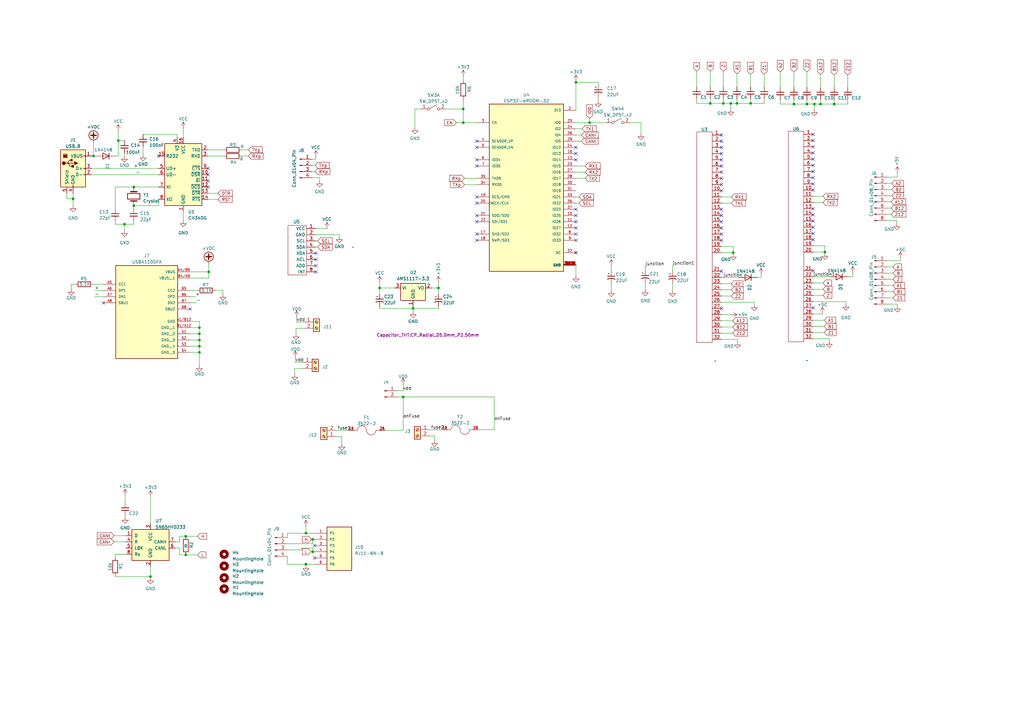
<source format=kicad_sch>
(kicad_sch (version 20230121) (generator eeschema)
  (paper "A3")
  (junction (at 189.992 50.292))
  (junction (at 29.972 81.534))
  (junction (at 85.598 111.506))
  (junction (at 61.722 236.474))
  (junction (at 291.338 42.418))
  (junction (at 54.864 76.708))
  (junction (at 125.476 218.694))
  (junction (at 125.476 231.394))
  (junction (at 76.2 227.584))
  (junction (at 179.832 118.11))
  (junction (at 81.788 136.906))
  (junction (at 296.672 42.418))
  (junction (at 48.514 57.658))
  (junction (at 325.628 42.672))
  (junction (at 155.702 118.11))
  (junction (at 330.962 42.672))
  (junction (at 338.328 103.378))
  (junction (at 128.27 226.314))
  (junction (at 81.788 139.446))
  (junction (at 169.418 126.492))
  (junction (at 81.788 134.366))
  (junction (at 302.26 42.418))
  (junction (at 336.55 42.672))
  (junction (at 54.864 84.328))
  (junction (at 342.138 42.672))
  (junction (at 334.01 42.672))
  (junction (at 236.22 33.782))
  (junction (at 300.736 103.632))
  (junction (at 38.354 64.008))
  (junction (at 81.788 141.986))
  (junction (at 76.2 219.964))
  (junction (at 128.27 221.234))
  (junction (at 51.054 91.948))
  (junction (at 81.788 144.526))
  (junction (at 165.354 162.814))
  (junction (at 299.72 42.418))
  (junction (at 189.992 44.704))
  (junction (at 307.848 42.418))
  (junction (at 241.808 50.292))
  (no_connect (at 333.502 126.238))
  (no_connect (at 295.91 68.072))
  (no_connect (at 236.22 90.932))
  (no_connect (at 295.91 73.152))
  (no_connect (at 295.91 85.852))
  (no_connect (at 333.502 85.598))
  (no_connect (at 77.978 126.746))
  (no_connect (at 195.58 57.912))
  (no_connect (at 236.22 65.532))
  (no_connect (at 333.502 72.898))
  (no_connect (at 129.54 103.886))
  (no_connect (at 129.54 106.426))
  (no_connect (at 295.91 96.012))
  (no_connect (at 195.58 96.012))
  (no_connect (at 85.344 69.088))
  (no_connect (at 236.22 85.852))
  (no_connect (at 333.502 77.978))
  (no_connect (at 236.22 96.012))
  (no_connect (at 295.91 98.552))
  (no_connect (at 333.502 67.818))
  (no_connect (at 195.58 90.932))
  (no_connect (at 195.58 60.452))
  (no_connect (at 195.58 68.072))
  (no_connect (at 295.91 65.532))
  (no_connect (at 236.22 88.392))
  (no_connect (at 333.502 55.118))
  (no_connect (at 85.344 76.708))
  (no_connect (at 333.502 75.438))
  (no_connect (at 295.91 60.452))
  (no_connect (at 333.502 70.358))
  (no_connect (at 295.91 57.912))
  (no_connect (at 295.91 62.992))
  (no_connect (at 333.502 57.658))
  (no_connect (at 85.344 74.168))
  (no_connect (at 295.91 70.612))
  (no_connect (at 129.032 228.854))
  (no_connect (at 333.502 90.678))
  (no_connect (at 195.58 83.312))
  (no_connect (at 236.22 98.552))
  (no_connect (at 195.58 80.772))
  (no_connect (at 333.502 65.278))
  (no_connect (at 333.502 98.298))
  (no_connect (at 65.024 64.008))
  (no_connect (at 42.418 124.206))
  (no_connect (at 129.54 111.506))
  (no_connect (at 295.91 88.392))
  (no_connect (at 295.91 111.252))
  (no_connect (at 236.22 60.452))
  (no_connect (at 333.502 110.998))
  (no_connect (at 295.91 55.372))
  (no_connect (at 236.22 103.632))
  (no_connect (at 333.502 88.138))
  (no_connect (at 295.91 93.472))
  (no_connect (at 295.91 90.932))
  (no_connect (at 85.344 71.628))
  (no_connect (at 295.91 126.492))
  (no_connect (at 129.032 223.774))
  (no_connect (at 295.91 75.692))
  (no_connect (at 333.502 62.738))
  (no_connect (at 236.22 62.992))
  (no_connect (at 295.91 78.232))
  (no_connect (at 195.58 65.532))
  (no_connect (at 333.502 95.758))
  (no_connect (at 195.58 98.552))
  (no_connect (at 236.22 93.472))
  (no_connect (at 129.54 108.966))
  (no_connect (at 333.502 60.198))
  (no_connect (at 195.58 88.392))
  (no_connect (at 333.502 93.218))
  (wire (pts (xy 236.22 33.782) (xy 236.22 45.212)))
  (wire (pts (xy 302.514 140.208) (xy 302.514 139.192)))
  (wire (pts (xy 38.862 121.666) (xy 42.418 121.666)))
  (wire (pts (xy 340.106 138.938) (xy 333.502 138.938)))
  (wire (pts (xy 295.91 83.312) (xy 299.974 83.312)))
  (wire (pts (xy 58.674 60.198) (xy 58.674 63.5)))
  (wire (pts (xy 366.268 109.474) (xy 363.728 109.474)))
  (wire (pts (xy 285.75 29.21) (xy 285.75 35.56)))
  (wire (pts (xy 236.22 70.612) (xy 240.03 70.612)))
  (wire (pts (xy 347.726 40.894) (xy 347.726 42.672)))
  (wire (pts (xy 129.54 101.346) (xy 130.302 101.346)))
  (wire (pts (xy 125.476 215.9) (xy 125.476 218.694)))
  (wire (pts (xy 91.44 119.126) (xy 91.44 120.65)))
  (wire (pts (xy 75.184 86.868) (xy 75.184 90.424)))
  (wire (pts (xy 125.476 218.694) (xy 129.032 218.694)))
  (wire (pts (xy 190.5 73.152) (xy 195.58 73.152)))
  (wire (pts (xy 295.91 80.772) (xy 299.974 80.772)))
  (wire (pts (xy 236.22 57.912) (xy 238.506 57.912)))
  (wire (pts (xy 347.726 30.734) (xy 347.726 35.814)))
  (wire (pts (xy 366.268 112.014) (xy 363.728 112.014)))
  (wire (pts (xy 363.728 72.644) (xy 368.046 72.644)))
  (wire (pts (xy 196.342 176.276) (xy 202.692 176.276)))
  (wire (pts (xy 77.978 144.526) (xy 81.788 144.526)))
  (wire (pts (xy 307.848 42.418) (xy 302.26 42.418)))
  (wire (pts (xy 117.856 223.012) (xy 128.27 223.012)))
  (wire (pts (xy 333.502 80.518) (xy 337.566 80.518)))
  (wire (pts (xy 37.592 64.008) (xy 38.354 64.008)))
  (wire (pts (xy 302.26 40.64) (xy 302.26 42.418)))
  (wire (pts (xy 165.354 162.814) (xy 165.354 176.53)))
  (wire (pts (xy 337.312 128.778) (xy 333.502 128.778)))
  (wire (pts (xy 128.016 67.818) (xy 129.286 67.818)))
  (wire (pts (xy 365.506 85.344) (xy 363.728 85.344)))
  (wire (pts (xy 179.832 125.73) (xy 179.832 126.492)))
  (wire (pts (xy 250.698 116.332) (xy 250.698 119.126)))
  (wire (pts (xy 37.592 69.088) (xy 65.024 69.088)))
  (wire (pts (xy 291.338 29.21) (xy 291.338 35.56)))
  (wire (pts (xy 117.856 225.552) (xy 123.698 225.552)))
  (wire (pts (xy 81.788 141.986) (xy 81.788 144.526)))
  (wire (pts (xy 85.344 64.008) (xy 91.694 64.008)))
  (wire (pts (xy 296.672 29.21) (xy 296.672 35.56)))
  (wire (pts (xy 333.502 133.858) (xy 338.074 133.858)))
  (wire (pts (xy 85.598 108.458) (xy 85.598 111.506)))
  (wire (pts (xy 46.736 222.25) (xy 51.562 222.25)))
  (wire (pts (xy 320.04 29.464) (xy 320.04 35.814)))
  (wire (pts (xy 337.312 128.524) (xy 337.312 128.778)))
  (wire (pts (xy 88.392 119.126) (xy 91.44 119.126)))
  (wire (pts (xy 312.166 113.792) (xy 310.642 113.792)))
  (wire (pts (xy 47.244 91.948) (xy 47.244 90.678)))
  (wire (pts (xy 342.138 42.672) (xy 336.55 42.672)))
  (wire (pts (xy 54.864 91.948) (xy 51.054 91.948)))
  (wire (pts (xy 65.024 81.788) (xy 65.024 84.328)))
  (wire (pts (xy 333.502 103.378) (xy 338.328 103.378)))
  (wire (pts (xy 302.514 139.192) (xy 295.91 139.192)))
  (wire (pts (xy 54.864 84.328) (xy 65.024 84.328)))
  (wire (pts (xy 47.244 85.598) (xy 47.244 76.708)))
  (wire (pts (xy 334.01 42.672) (xy 334.01 44.958)))
  (wire (pts (xy 85.598 111.506) (xy 77.978 111.506)))
  (wire (pts (xy 338.328 100.838) (xy 333.502 100.838)))
  (wire (pts (xy 81.788 144.526) (xy 81.788 149.86)))
  (wire (pts (xy 367.792 91.694) (xy 367.792 90.424)))
  (wire (pts (xy 76.2 219.964) (xy 81.026 219.964)))
  (wire (pts (xy 295.91 103.632) (xy 300.736 103.632)))
  (wire (pts (xy 189.992 44.704) (xy 189.992 50.292)))
  (wire (pts (xy 48.514 57.658) (xy 51.054 57.658)))
  (wire (pts (xy 333.502 123.698) (xy 346.964 123.698)))
  (wire (pts (xy 275.844 108.966) (xy 275.844 111.252)))
  (wire (pts (xy 295.91 121.412) (xy 299.974 121.412)))
  (wire (pts (xy 48.514 64.008) (xy 48.514 57.658)))
  (wire (pts (xy 129.54 64.262) (xy 129.54 65.278)))
  (wire (pts (xy 155.702 118.11) (xy 155.702 120.65)))
  (wire (pts (xy 303.022 113.792) (xy 295.91 113.792)))
  (wire (pts (xy 342.138 40.894) (xy 342.138 42.672)))
  (wire (pts (xy 73.66 224.79) (xy 73.66 227.584)))
  (wire (pts (xy 99.314 61.468) (xy 101.854 61.468)))
  (wire (pts (xy 365.76 80.264) (xy 363.728 80.264)))
  (wire (pts (xy 117.856 218.694) (xy 125.476 218.694)))
  (wire (pts (xy 285.75 42.418) (xy 285.75 40.64)))
  (wire (pts (xy 236.22 50.292) (xy 241.808 50.292)))
  (wire (pts (xy 128.27 226.314) (xy 129.032 226.314)))
  (wire (pts (xy 120.904 151.13) (xy 120.904 153.416)))
  (wire (pts (xy 333.502 131.318) (xy 338.074 131.318)))
  (wire (pts (xy 123.698 224.79) (xy 128.27 224.79)))
  (wire (pts (xy 366.268 114.554) (xy 363.728 114.554)))
  (wire (pts (xy 85.598 111.506) (xy 85.598 114.046)))
  (wire (pts (xy 338.328 103.378) (xy 338.328 100.838)))
  (wire (pts (xy 291.338 42.418) (xy 285.75 42.418)))
  (wire (pts (xy 296.672 42.418) (xy 291.338 42.418)))
  (wire (pts (xy 300.736 103.632) (xy 300.736 101.092)))
  (wire (pts (xy 155.702 126.492) (xy 169.418 126.492)))
  (wire (pts (xy 365.76 75.184) (xy 363.728 75.184)))
  (wire (pts (xy 179.832 118.11) (xy 177.038 118.11)))
  (wire (pts (xy 366.268 119.634) (xy 363.728 119.634)))
  (wire (pts (xy 307.848 30.48) (xy 307.848 35.56)))
  (wire (pts (xy 27.432 79.248) (xy 27.432 81.534)))
  (wire (pts (xy 121.158 148.59) (xy 124.206 148.59)))
  (wire (pts (xy 349.758 113.538) (xy 347.98 113.538)))
  (wire (pts (xy 165.354 162.814) (xy 202.692 162.814)))
  (wire (pts (xy 129.54 98.806) (xy 130.302 98.806)))
  (wire (pts (xy 38.354 58.674) (xy 38.354 64.008)))
  (wire (pts (xy 236.22 113.157) (xy 236.22 108.712)))
  (wire (pts (xy 309.372 124.968) (xy 309.372 123.952)))
  (wire (pts (xy 117.856 220.472) (xy 117.856 218.694)))
  (wire (pts (xy 128.27 221.234) (xy 129.032 221.234)))
  (wire (pts (xy 368.046 72.644) (xy 368.046 70.866)))
  (wire (pts (xy 330.962 29.464) (xy 330.962 35.814)))
  (wire (pts (xy 295.91 129.032) (xy 299.72 129.032)))
  (wire (pts (xy 302.26 42.418) (xy 299.72 42.418)))
  (wire (pts (xy 137.922 176.53) (xy 142.748 176.53)))
  (wire (pts (xy 190.5 75.692) (xy 195.58 75.692)))
  (wire (pts (xy 85.344 61.468) (xy 91.694 61.468)))
  (wire (pts (xy 295.91 134.112) (xy 300.482 134.112)))
  (wire (pts (xy 325.628 40.894) (xy 325.628 42.672)))
  (wire (pts (xy 264.668 109.22) (xy 264.668 110.998)))
  (wire (pts (xy 131.064 74.168) (xy 131.064 72.898)))
  (wire (pts (xy 368.046 125.476) (xy 368.046 124.714)))
  (wire (pts (xy 178.308 180.594) (xy 178.308 178.816)))
  (wire (pts (xy 349.758 111.76) (xy 349.758 113.538)))
  (wire (pts (xy 29.21 116.586) (xy 30.734 116.586)))
  (wire (pts (xy 123.698 225.552) (xy 123.698 224.79)))
  (wire (pts (xy 170.18 44.704) (xy 172.72 44.704)))
  (wire (pts (xy 336.55 40.894) (xy 336.55 42.672)))
  (wire (pts (xy 236.22 80.772) (xy 237.49 80.772)))
  (wire (pts (xy 117.856 228.092) (xy 117.856 231.394)))
  (wire (pts (xy 51.054 91.948) (xy 51.054 94.488)))
  (wire (pts (xy 241.808 48.514) (xy 241.808 50.292)))
  (wire (pts (xy 46.736 219.71) (xy 51.562 219.71)))
  (wire (pts (xy 176.276 178.816) (xy 178.308 178.816)))
  (wire (pts (xy 77.978 114.046) (xy 85.598 114.046)))
  (wire (pts (xy 58.674 55.118) (xy 72.644 55.118)))
  (wire (pts (xy 131.064 72.898) (xy 128.016 72.898)))
  (wire (pts (xy 320.04 42.672) (xy 320.04 40.894)))
  (wire (pts (xy 155.702 125.73) (xy 155.702 126.492)))
  (wire (pts (xy 155.702 115.824) (xy 155.702 118.11)))
  (wire (pts (xy 264.668 116.078) (xy 264.668 118.872)))
  (wire (pts (xy 73.66 219.964) (xy 76.2 219.964)))
  (wire (pts (xy 179.832 115.824) (xy 179.832 118.11)))
  (wire (pts (xy 38.354 64.008) (xy 39.624 64.008)))
  (wire (pts (xy 236.22 52.832) (xy 238.76 52.832)))
  (wire (pts (xy 73.66 227.584) (xy 76.2 227.584)))
  (wire (pts (xy 333.502 116.078) (xy 337.566 116.078)))
  (wire (pts (xy 346.964 124.714) (xy 346.964 123.698)))
  (wire (pts (xy 47.244 236.474) (xy 61.722 236.474)))
  (wire (pts (xy 313.436 42.418) (xy 307.848 42.418)))
  (wire (pts (xy 262.89 50.292) (xy 262.89 54.737)))
  (wire (pts (xy 245.364 41.402) (xy 245.364 39.878)))
  (wire (pts (xy 127.508 226.314) (xy 128.27 226.314)))
  (wire (pts (xy 189.992 40.64) (xy 189.992 44.704)))
  (wire (pts (xy 275.844 116.332) (xy 275.844 119.126)))
  (wire (pts (xy 291.338 40.64) (xy 291.338 42.418)))
  (wire (pts (xy 38.354 116.586) (xy 42.418 116.586)))
  (wire (pts (xy 121.412 134.62) (xy 121.412 136.906)))
  (wire (pts (xy 236.22 55.372) (xy 238.506 55.372)))
  (wire (pts (xy 128.27 223.012) (xy 128.27 221.234)))
  (wire (pts (xy 340.106 139.954) (xy 340.106 138.938)))
  (wire (pts (xy 51.054 91.948) (xy 47.244 91.948)))
  (wire (pts (xy 128.27 224.79) (xy 128.27 226.314)))
  (wire (pts (xy 80.518 124.206) (xy 77.978 124.206)))
  (wire (pts (xy 29.972 79.248) (xy 29.972 81.534)))
  (wire (pts (xy 61.722 203.708) (xy 61.722 214.63)))
  (wire (pts (xy 128.016 70.358) (xy 129.286 70.358)))
  (wire (pts (xy 179.832 120.65) (xy 179.832 118.11)))
  (wire (pts (xy 139.192 97.028) (xy 139.192 96.266)))
  (wire (pts (xy 54.864 76.708) (xy 65.024 76.708)))
  (wire (pts (xy 313.436 30.48) (xy 313.436 35.56)))
  (wire (pts (xy 80.264 121.666) (xy 77.978 121.666)))
  (wire (pts (xy 347.726 42.672) (xy 342.138 42.672)))
  (wire (pts (xy 334.01 42.672) (xy 330.962 42.672)))
  (wire (pts (xy 51.308 203.2) (xy 51.308 206.248)))
  (wire (pts (xy 295.91 131.572) (xy 300.482 131.572)))
  (wire (pts (xy 169.418 126.492) (xy 169.418 127.762)))
  (wire (pts (xy 47.244 76.708) (xy 54.864 76.708)))
  (wire (pts (xy 236.22 73.152) (xy 240.03 73.152)))
  (wire (pts (xy 367.792 90.424) (xy 363.728 90.424)))
  (wire (pts (xy 338.328 103.886) (xy 338.328 103.378)))
  (wire (pts (xy 176.276 176.276) (xy 181.102 176.276)))
  (wire (pts (xy 77.978 119.126) (xy 80.772 119.126)))
  (wire (pts (xy 77.978 136.906) (xy 81.788 136.906)))
  (wire (pts (xy 47.244 64.008) (xy 48.514 64.008)))
  (wire (pts (xy 307.848 40.64) (xy 307.848 42.418)))
  (wire (pts (xy 333.502 121.158) (xy 337.566 121.158)))
  (wire (pts (xy 140.208 179.07) (xy 137.922 179.07)))
  (wire (pts (xy 81.788 134.366) (xy 81.788 136.906)))
  (wire (pts (xy 54.864 90.678) (xy 54.864 91.948)))
  (wire (pts (xy 299.72 42.418) (xy 299.72 44.704)))
  (wire (pts (xy 241.808 50.292) (xy 248.285 50.292)))
  (wire (pts (xy 38.862 119.126) (xy 42.418 119.126)))
  (wire (pts (xy 51.054 62.738) (xy 51.054 64.008)))
  (wire (pts (xy 76.2 227.584) (xy 81.026 227.584)))
  (wire (pts (xy 258.445 50.292) (xy 262.89 50.292)))
  (wire (pts (xy 336.55 30.48) (xy 336.55 35.814)))
  (wire (pts (xy 302.26 30.226) (xy 302.26 35.56)))
  (wire (pts (xy 139.192 96.266) (xy 129.54 96.266)))
  (wire (pts (xy 250.698 108.966) (xy 250.698 111.252)))
  (wire (pts (xy 369.316 105.918) (xy 369.316 106.934)))
  (wire (pts (xy 313.436 40.64) (xy 313.436 42.418)))
  (wire (pts (xy 81.788 131.826) (xy 81.788 134.366)))
  (wire (pts (xy 71.882 222.25) (xy 73.66 222.25)))
  (wire (pts (xy 155.702 118.11) (xy 161.798 118.11)))
  (wire (pts (xy 48.514 57.658) (xy 48.514 53.594)))
  (wire (pts (xy 124.206 151.13) (xy 120.904 151.13)))
  (wire (pts (xy 336.55 42.672) (xy 334.01 42.672)))
  (wire (pts (xy 179.832 126.492) (xy 169.418 126.492)))
  (wire (pts (xy 295.91 136.652) (xy 300.482 136.652)))
  (wire (pts (xy 300.736 104.14) (xy 300.736 103.632)))
  (wire (pts (xy 85.344 81.788) (xy 89.408 81.788)))
  (wire (pts (xy 342.138 30.734) (xy 342.138 35.814)))
  (wire (pts (xy 366.268 122.174) (xy 363.728 122.174)))
  (wire (pts (xy 29.972 81.534) (xy 29.972 84.328)))
  (wire (pts (xy 81.788 136.906) (xy 81.788 139.446)))
  (wire (pts (xy 47.244 227.33) (xy 51.562 227.33)))
  (wire (pts (xy 369.316 106.934) (xy 363.728 106.934)))
  (wire (pts (xy 121.666 130.048) (xy 121.666 132.08)))
  (wire (pts (xy 47.244 228.6) (xy 47.244 227.33)))
  (wire (pts (xy 333.502 83.058) (xy 337.566 83.058)))
  (wire (pts (xy 61.722 232.41) (xy 61.722 236.474)))
  (wire (pts (xy 363.728 124.714) (xy 368.046 124.714)))
  (wire (pts (xy 365.506 87.884) (xy 363.728 87.884)))
  (wire (pts (xy 77.978 134.366) (xy 81.788 134.366)))
  (wire (pts (xy 125.476 231.902) (xy 125.476 231.394)))
  (wire (pts (xy 54.864 84.328) (xy 54.864 85.598)))
  (wire (pts (xy 245.364 34.798) (xy 245.364 33.782)))
  (wire (pts (xy 365.506 82.804) (xy 363.728 82.804)))
  (wire (pts (xy 189.992 31.242) (xy 189.992 33.02)))
  (wire (pts (xy 77.978 139.446) (xy 81.788 139.446)))
  (wire (pts (xy 117.856 231.394) (xy 125.476 231.394)))
  (wire (pts (xy 245.364 33.782) (xy 236.22 33.782)))
  (wire (pts (xy 27.432 81.534) (xy 29.972 81.534)))
  (wire (pts (xy 299.72 42.418) (xy 296.672 42.418)))
  (wire (pts (xy 236.22 83.312) (xy 237.49 83.312)))
  (wire (pts (xy 162.814 160.274) (xy 165.354 160.274)))
  (wire (pts (xy 295.91 118.872) (xy 299.974 118.872)))
  (wire (pts (xy 124.714 134.62) (xy 121.412 134.62)))
  (wire (pts (xy 85.344 79.248) (xy 89.408 79.248)))
  (wire (pts (xy 77.978 141.986) (xy 81.788 141.986)))
  (wire (pts (xy 340.36 113.538) (xy 333.502 113.538)))
  (wire (pts (xy 129.54 65.278) (xy 128.016 65.278)))
  (wire (pts (xy 296.672 40.64) (xy 296.672 42.418)))
  (wire (pts (xy 157.988 176.53) (xy 165.354 176.53)))
  (wire (pts (xy 51.308 211.328) (xy 51.308 212.09)))
  (wire (pts (xy 75.184 52.578) (xy 75.184 56.388)))
  (wire (pts (xy 165.354 160.274) (xy 165.354 157.734)))
  (wire (pts (xy 140.208 182.118) (xy 140.208 179.07)))
  (wire (pts (xy 295.91 123.952) (xy 309.372 123.952)))
  (wire (pts (xy 121.158 146.558) (xy 121.158 148.59)))
  (wire (pts (xy 333.502 136.398) (xy 338.074 136.398)))
  (wire (pts (xy 77.978 131.826) (xy 81.788 131.826)))
  (wire (pts (xy 330.962 40.894) (xy 330.962 42.672)))
  (wire (pts (xy 312.166 112.522) (xy 312.166 113.792)))
  (wire (pts (xy 125.476 231.394) (xy 129.032 231.394)))
  (wire (pts (xy 71.882 224.79) (xy 73.66 224.79)))
  (wire (pts (xy 333.502 118.618) (xy 337.566 118.618)))
  (wire (pts (xy 47.244 236.22) (xy 47.244 236.474)))
  (wire (pts (xy 295.91 116.332) (xy 299.974 116.332)))
  (wire (pts (xy 182.88 44.704) (xy 189.992 44.704)))
  (wire (pts (xy 29.21 118.618) (xy 29.21 116.586)))
  (wire (pts (xy 169.418 125.73) (xy 169.418 126.492)))
  (wire (pts (xy 325.628 42.672) (xy 320.04 42.672)))
  (wire (pts (xy 300.736 101.092) (xy 295.91 101.092)))
  (wire (pts (xy 121.666 132.08) (xy 124.714 132.08)))
  (wire (pts (xy 202.692 162.814) (xy 202.692 176.276)))
  (wire (pts (xy 81.788 139.446) (xy 81.788 141.986)))
  (wire (pts (xy 330.962 42.672) (xy 325.628 42.672)))
  (wire (pts (xy 325.628 29.464) (xy 325.628 35.814)))
  (wire (pts (xy 162.814 162.814) (xy 165.354 162.814)))
  (wire (pts (xy 189.992 50.292) (xy 195.58 50.292)))
  (wire (pts (xy 127.762 221.234) (xy 128.27 221.234)))
  (wire (pts (xy 73.66 222.25) (xy 73.66 219.964)))
  (wire (pts (xy 366.268 117.094) (xy 363.728 117.094)))
  (wire (pts (xy 236.22 68.072) (xy 240.03 68.072)))
  (wire (pts (xy 365.76 77.724) (xy 363.728 77.724)))
  (wire (pts (xy 99.314 64.008) (xy 101.854 64.008)))
  (wire (pts (xy 170.18 52.324) (xy 170.18 44.704)))
  (wire (pts (xy 61.722 236.474) (xy 61.722 236.982)))
  (wire (pts (xy 72.644 55.118) (xy 72.644 56.388)))
  (wire (pts (xy 129.54 93.726) (xy 134.112 93.726)))
  (wire (pts (xy 37.592 71.628) (xy 65.024 71.628)))
  (wire (pts (xy 236.22 33.274) (xy 236.22 33.782)))
  (wire (pts (xy 187.198 50.292) (xy 189.992 50.292)))
  (label "onFuse" (at 202.692 172.72 0))
  (label "+" (at 80.264 121.666 0))
  (label "junction" (at 264.668 109.22 0))
  (label "fuse2" (at 176.784 176.276 0))
  (label "-" (at 80.518 124.206 0))
  (label "junction1" (at 333.502 113.538 0))
  (label "vdd" (at 121.666 132.08 0))
  (label "-" (at 55.626 71.628 0))
  (label "junction" (at 296.672 113.792 0))
  (label "-" (at 38.862 121.666 0))
  (label "+" (at 54.864 69.088 0))
  (label "onFuse" (at 165.354 171.704 0))
  (label "junction1" (at 275.844 108.966 0))
  (label "vdd" (at 121.158 148.59 0))
  (label "vdd" (at 165.354 160.274 0))
  (label "+" (at 38.862 119.126 0))
  (label "fuse1" (at 138.43 176.53 0))
  (global_label "B" (shape input) (at 337.566 118.618 0) (property "Intersheetrefs" "${INTERSHEET_REFS}" (effects hide)))
  (global_label "B2" (shape input) (at 365.76 77.724 0) (property "Intersheetrefs" "${INTERSHEET_REFS}" (effects hide)))
  (global_label "SDA" (shape input) (at 130.302 101.346 0) (property "Intersheetrefs" "${INTERSHEET_REFS}" (effects hide)))
  (global_label "Z" (shape input) (at 366.268 114.554 0) (property "Intersheetrefs" "${INTERSHEET_REFS}" (effects hide)))
  (global_label "A12" (shape input) (at 336.55 30.48 90) (property "Intersheetrefs" "${INTERSHEET_REFS}" (effects hide)))
  (global_label "B12" (shape input) (at 300.482 134.112 0) (property "Intersheetrefs" "${INTERSHEET_REFS}" (effects hide)))
  (global_label "IO0" (shape input) (at 241.808 48.514 90) (property "Intersheetrefs" "${INTERSHEET_REFS}" (effects hide)))
  (global_label "CANr" (shape input) (at 46.736 222.25 180) (property "Intersheetrefs" "${INTERSHEET_REFS}" (effects hide)))
  (global_label "TX1" (shape input) (at 299.974 83.312 0) (property "Intersheetrefs" "${INTERSHEET_REFS}" (effects hide)))
  (global_label "RX2" (shape input) (at 240.03 70.612 0) (property "Intersheetrefs" "${INTERSHEET_REFS}" (effects hide)))
  (global_label "DTR" (shape input) (at 89.408 79.248 0) (property "Intersheetrefs" "${INTERSHEET_REFS}" (effects hide)))
  (global_label "L" (shape input) (at 127.508 226.314 180) (property "Intersheetrefs" "${INTERSHEET_REFS}" (effects hide)))
  (global_label "RX1" (shape input) (at 299.974 80.772 0) (property "Intersheetrefs" "${INTERSHEET_REFS}" (effects hide)))
  (global_label "B" (shape input) (at 366.268 112.014 0) (property "Intersheetrefs" "${INTERSHEET_REFS}" (effects hide)))
  (global_label "A1" (shape input) (at 366.268 117.094 0) (property "Intersheetrefs" "${INTERSHEET_REFS}" (effects hide)))
  (global_label "B" (shape input) (at 291.338 29.21 90) (property "Intersheetrefs" "${INTERSHEET_REFS}" (effects hide)))
  (global_label "Z2" (shape input) (at 365.76 80.264 0) (property "Intersheetrefs" "${INTERSHEET_REFS}" (effects hide)))
  (global_label "RXp" (shape input) (at 129.286 70.358 0) (property "Intersheetrefs" "${INTERSHEET_REFS}" (effects hide)))
  (global_label "B2" (shape input) (at 299.974 118.872 0) (property "Intersheetrefs" "${INTERSHEET_REFS}" (effects hide)))
  (global_label "H" (shape input) (at 81.026 219.964 0) (property "Intersheetrefs" "${INTERSHEET_REFS}" (effects hide)))
  (global_label "B1" (shape input) (at 338.074 133.858 0) (property "Intersheetrefs" "${INTERSHEET_REFS}" (effects hide)))
  (global_label "B2" (shape input) (at 325.628 29.464 90) (property "Intersheetrefs" "${INTERSHEET_REFS}" (effects hide)))
  (global_label "Z" (shape input) (at 337.566 121.158 0) (property "Intersheetrefs" "${INTERSHEET_REFS}" (effects hide)))
  (global_label "RXp" (shape input) (at 190.5 73.152 180) (property "Intersheetrefs" "${INTERSHEET_REFS}" (effects hide)))
  (global_label "A2" (shape input) (at 320.04 29.464 90) (property "Intersheetrefs" "${INTERSHEET_REFS}" (effects hide)))
  (global_label "Z1" (shape input) (at 366.268 122.174 0) (property "Intersheetrefs" "${INTERSHEET_REFS}" (effects hide)))
  (global_label "RX2" (shape input) (at 337.566 80.518 0) (property "Intersheetrefs" "${INTERSHEET_REFS}" (effects hide)))
  (global_label "SCL" (shape input) (at 130.302 98.806 0) (property "Intersheetrefs" "${INTERSHEET_REFS}" (effects hide)))
  (global_label "TX2" (shape input) (at 240.03 73.152 0) (property "Intersheetrefs" "${INTERSHEET_REFS}" (effects hide)))
  (global_label "B1" (shape input) (at 307.848 30.48 90) (property "Intersheetrefs" "${INTERSHEET_REFS}" (effects hide)))
  (global_label "B1" (shape input) (at 366.268 119.634 0) (property "Intersheetrefs" "${INTERSHEET_REFS}" (effects hide)))
  (global_label "B12" (shape input) (at 342.138 30.734 90) (property "Intersheetrefs" "${INTERSHEET_REFS}" (effects hide)))
  (global_label "A12" (shape input) (at 365.506 82.804 0) (property "Intersheetrefs" "${INTERSHEET_REFS}" (effects hide)))
  (global_label "TXp" (shape input) (at 129.286 67.818 0) (property "Intersheetrefs" "${INTERSHEET_REFS}" (effects hide)))
  (global_label "Z2" (shape input) (at 330.962 29.464 90) (property "Intersheetrefs" "${INTERSHEET_REFS}" (effects hide)))
  (global_label "L" (shape input) (at 81.026 227.584 0) (property "Intersheetrefs" "${INTERSHEET_REFS}" (effects hide)))
  (global_label "H" (shape input) (at 127.762 221.234 180) (property "Intersheetrefs" "${INTERSHEET_REFS}" (effects hide)))
  (global_label "EN" (shape input) (at 187.198 50.292 180) (property "Intersheetrefs" "${INTERSHEET_REFS}" (effects hide)))
  (global_label "A2" (shape input) (at 365.76 75.184 0) (property "Intersheetrefs" "${INTERSHEET_REFS}" (effects hide)))
  (global_label "A" (shape input) (at 337.566 116.078 0) (property "Intersheetrefs" "${INTERSHEET_REFS}" (effects hide)))
  (global_label "CANt" (shape input) (at 46.736 219.71 180) (property "Intersheetrefs" "${INTERSHEET_REFS}" (effects hide)))
  (global_label "TXp" (shape input) (at 190.5 75.692 180) (property "Intersheetrefs" "${INTERSHEET_REFS}" (effects hide)))
  (global_label "A12" (shape input) (at 300.482 131.572 0) (property "Intersheetrefs" "${INTERSHEET_REFS}" (effects hide)))
  (global_label "TX1" (shape input) (at 238.76 52.832 0) (property "Intersheetrefs" "${INTERSHEET_REFS}" (effects hide)))
  (global_label "A1" (shape input) (at 302.26 30.226 90) (property "Intersheetrefs" "${INTERSHEET_REFS}" (effects hide)))
  (global_label "Z12" (shape input) (at 365.506 87.884 0) (property "Intersheetrefs" "${INTERSHEET_REFS}" (effects hide)))
  (global_label "RX1" (shape input) (at 240.03 68.072 0) (property "Intersheetrefs" "${INTERSHEET_REFS}" (effects hide)))
  (global_label "A1" (shape input) (at 338.074 131.318 0) (property "Intersheetrefs" "${INTERSHEET_REFS}" (effects hide)))
  (global_label "A2" (shape input) (at 299.974 116.332 0) (property "Intersheetrefs" "${INTERSHEET_REFS}" (effects hide)))
  (global_label "SCL" (shape input) (at 237.49 83.312 0) (property "Intersheetrefs" "${INTERSHEET_REFS}" (effects hide)))
  (global_label "TXp" (shape input) (at 101.854 61.468 0) (property "Intersheetrefs" "${INTERSHEET_REFS}" (effects hide)))
  (global_label "RXp" (shape input) (at 101.854 64.008 0) (property "Intersheetrefs" "${INTERSHEET_REFS}" (effects hide)))
  (global_label "TX2" (shape input) (at 337.566 83.058 0) (property "Intersheetrefs" "${INTERSHEET_REFS}" (effects hide)))
  (global_label "A" (shape input) (at 366.268 109.474 0) (property "Intersheetrefs" "${INTERSHEET_REFS}" (effects hide)))
  (global_label "Z" (shape input) (at 296.672 29.21 90) (property "Intersheetrefs" "${INTERSHEET_REFS}" (effects hide)))
  (global_label "Z1" (shape input) (at 313.436 30.48 90) (property "Intersheetrefs" "${INTERSHEET_REFS}" (effects hide)))
  (global_label "SDA" (shape input) (at 237.49 80.772 0) (property "Intersheetrefs" "${INTERSHEET_REFS}" (effects hide)))
  (global_label "RST" (shape input) (at 89.408 81.788 0) (property "Intersheetrefs" "${INTERSHEET_REFS}" (effects hide)))
  (global_label "Z12" (shape input) (at 347.726 30.734 90) (property "Intersheetrefs" "${INTERSHEET_REFS}" (effects hide)))
  (global_label "Z12" (shape input) (at 300.482 136.652 0) (property "Intersheetrefs" "${INTERSHEET_REFS}" (effects hide)))
  (global_label "Z1" (shape input) (at 338.074 136.398 0) (property "Intersheetrefs" "${INTERSHEET_REFS}" (effects hide)))
  (global_label "CANr" (shape input) (at 238.506 55.372 0) (property "Intersheetrefs" "${INTERSHEET_REFS}" (effects hide)))
  (global_label "A" (shape input) (at 285.75 29.21 90) (property "Intersheetrefs" "${INTERSHEET_REFS}" (effects hide)))
  (global_label "B12" (shape input) (at 365.506 85.344 0) (property "Intersheetrefs" "${INTERSHEET_REFS}" (effects hide)))
  (global_label "CANt" (shape input) (at 238.506 57.912 0) (property "Intersheetrefs" "${INTERSHEET_REFS}" (effects hide)))
  (global_label "Z2" (shape input) (at 299.974 121.412 0) (property "Intersheetrefs" "${INTERSHEET_REFS}" (effects hide)))
  (symbol (lib_id "power:+3V3") (at 61.722 203.708 0) (unit 1)
    (property "Reference" "#PWR024" (effects hide))
    (property "Value" "+3V3" (at 61.722 199.898 0))
  )
  (symbol (lib_id "power:VDD") (at 165.354 157.734 0) (unit 1)
    (property "Reference" "#PWR011" (effects hide))
    (property "Value" "VDD" (at 165.354 154.432 0))
  )
  (symbol (lib_id "Device:C_Polarized_Small_US") (at 275.844 113.792 0) (unit 1)
    (property "Reference" "C18" (at 277.622 112.522 0) (effects (justify left)))
    (property "Value" "22UF" (at 277.622 115.062 0) (effects (justify left)))
    (property "Footprint" "Capacitor_THT:CP_Radial_D8.0mm_P3.50mm" (effects hide))
  )
  (symbol (lib_id "power:+3V3") (at 189.992 31.242 0) (unit 1)
    (property "Reference" "#PWR041" (effects hide))
    (property "Value" "+3V3" (at 189.992 27.432 0))
  )
  (symbol (lib_id "power:GND") (at 131.064 74.168 0) (unit 1)
    (property "Reference" "#PWR036" (effects hide))
    (property "Value" "GND" (at 131.064 78.613 0))
  )
  (symbol (lib_id "power:GND") (at 75.184 90.424 0) (unit 1)
    (property "Reference" "#PWR034" (effects hide))
    (property "Value" "GND" (at 75.184 95.504 0))
  )
  (symbol (lib_id "Regulator_Linear:AMS1117-3.3") (at 169.418 118.11 0) (unit 1)
    (property "Reference" "U2" (at 169.418 111.76 0))
    (property "Value" "AMS1117-3.3" (at 169.418 114.3 0))
    (property "Footprint" "Package_TO_SOT_SMD:SOT-223-3_TabPin2" (effects hide))
    (property "Datasheet" "http://www.advanced-monolithic.com/pdf/ds1117.pdf" (effects hide))
  )
  (symbol (lib_id "power:GND") (at 91.44 120.65 0) (unit 1)
    (property "Reference" "#PWR058" (effects hide))
    (property "Value" "GND" (at 91.44 124.206 0))
  )
  (symbol (lib_id "Connector:Conn_01x02_Pin") (at 157.734 160.274 0) (unit 1)
    (property "Reference" "J4" (at 158.369 156.718 0))
    (property "Value" "Conn_01x02_Pin" (effects hide))
    (property "Footprint" "Connector_AMASS:AMASS_XT30UPB-M_1x02_P5.0mm_Vertical" (effects hide))
  )
  (symbol (lib_id "Device:C_Small") (at 302.26 38.1 0) (unit 1)
    (property "Reference" "C4" (at 303.784 39.878 0) (effects (justify left)))
    (property "Value" "100nF" (effects hide))
    (property "Footprint" "Capacitor_SMD:C_1206_3216Metric_Pad1.33x1.80mm_HandSolder" (effects hide))
  )
  (symbol (lib_id "power:GND") (at 51.308 212.09 0) (unit 1)
    (property "Reference" "#PWR053" (effects hide))
    (property "Value" "GND" (at 51.308 216.535 0))
  )
  (symbol (lib_id "Device:C_Polarized_Small_US") (at 264.668 113.538 0) (unit 1)
    (property "Reference" "C21" (at 266.446 112.268 0) (effects (justify left)))
    (property "Value" "22UF" (at 265.938 115.57 0) (effects (justify left)))
    (property "Footprint" "Capacitor_THT:CP_Radial_D8.0mm_P3.50mm" (effects hide))
  )
  (symbol (lib_id "power:GND") (at 236.22 113.157 0) (unit 1)
    (property "Reference" "#PWR043" (effects hide))
    (property "Value" "GND" (at 236.22 117.602 0))
  )
  (symbol (lib_id "power:VCC") (at 48.514 53.594 0) (unit 1)
    (property "Reference" "#PWR02" (effects hide))
    (property "Value" "VCC" (at 48.514 49.784 0))
  )
  (symbol (lib_id "Device:R") (at 95.504 64.008 90) (unit 1)
    (property "Reference" "R4" (at 95.758 66.548 90))
    (property "Value" "R" (at 99.06 65.278 90))
    (property "Footprint" "Resistor_SMD:R_1206_3216Metric_Pad1.30x1.75mm_HandSolder" (effects hide))
  )
  (symbol (lib_id "power:VDD") (at 121.666 130.048 0) (unit 1)
    (property "Reference" "#PWR055" (effects hide))
    (property "Value" "VDD" (at 121.666 126.746 0))
  )
  (symbol (lib_id "Device:C_Small") (at 296.672 38.1 0) (unit 1)
    (property "Reference" "C3" (at 298.196 39.878 0) (effects (justify left)))
    (property "Value" "100nF" (effects hide))
    (property "Footprint" "Capacitor_SMD:C_1206_3216Metric_Pad1.33x1.80mm_HandSolder" (effects hide))
  )
  (symbol (lib_id "Device:C_Small") (at 342.138 38.354 0) (unit 1)
    (property "Reference" "C11" (at 343.662 40.132 0) (effects (justify left)))
    (property "Value" "100nF" (effects hide))
    (property "Footprint" "Capacitor_SMD:C_1206_3216Metric_Pad1.33x1.80mm_HandSolder" (effects hide))
  )
  (symbol (lib_id "Device:C_Small") (at 51.054 60.198 0) (unit 1)
    (property "Reference" "C14" (at 53.594 59.5693 0) (effects (justify left)))
    (property "Value" "100nF" (at 51.562 62.484 0) (effects (justify left)))
    (property "Footprint" "Capacitor_SMD:C_1206_3216Metric_Pad1.33x1.80mm_HandSolder" (effects hide))
  )
  (symbol (lib_id "Connector:Screw_Terminal_01x02") (at 171.196 176.276 0) (mirror y) (unit 1)
    (property "Reference" "J3" (at 168.402 176.911 0) (effects (justify left)))
    (property "Value" "Screw_Terminal_01x02" (effects hide))
    (property "Footprint" "TerminalBlock:TerminalBlock_Altech_AK300-2_P5.00mm" (effects hide))
  )
  (symbol (lib_id "power:+VDC") (at 38.354 58.674 0) (unit 1)
    (property "Reference" "#PWR017" (effects hide))
    (property "Value" "+VDC" (at 38.354 52.07 0))
  )
  (symbol (lib_id "Device:R") (at 76.2 223.774 180) (unit 1)
    (property "Reference" "R2" (at 78.486 223.52 90))
    (property "Value" "R" (at 76.2 224.028 0))
    (property "Footprint" "Resistor_SMD:R_1206_3216Metric_Pad1.30x1.75mm_HandSolder" (effects hide))
  )
  (symbol (lib_id "Device:C_Small") (at 330.962 38.354 0) (unit 1)
    (property "Reference" "C9" (at 332.486 40.132 0) (effects (justify left)))
    (property "Value" "100nF" (effects hide))
    (property "Footprint" "Capacitor_SMD:C_1206_3216Metric_Pad1.33x1.80mm_HandSolder" (effects hide))
  )
  (symbol (lib_id "Interface_USB:CH340G") (at 75.184 71.628 0) (unit 1)
    (property "Reference" "U1" (at 77.1399 86.868 0) (effects (justify left)))
    (property "Value" "CH340G" (at 77.1399 89.408 0) (effects (justify left)))
    (property "Footprint" "Package_SO:SOIC-16_3.9x9.9mm_P1.27mm" (effects hide))
    (property "Datasheet" "http://www.datasheet5.com/pdf-local-2195953" (effects hide))
  )
  (symbol (lib_name "odrive_3.6_1") (lib_id "odrive_3.6_54:odrive_3.6") (at 293.37 148.082 0) (unit 1)
    (property "Reference" "U3" (at 288.925 53.086 0))
    (property "Value" "~" (at 293.37 148.082 0))
    (property "Footprint" "Odrive_shield:Odrive_module_shield" (effects hide))
  )
  (symbol (lib_id "power:GND") (at 250.698 119.126 0) (unit 1)
    (property "Reference" "#PWR07" (effects hide))
    (property "Value" "GND" (at 250.698 123.571 0))
  )
  (symbol (lib_id "Mechanical:MountingHole") (at 91.948 232.156 0) (unit 1)
    (property "Reference" "H3" (at 95.25 231.521 0) (effects (justify left)))
    (property "Value" "MountingHole" (at 95.25 234.061 0) (effects (justify left)))
    (property "Footprint" "MountingHole:MountingHole_3.2mm_M3" (effects hide))
  )
  (symbol (lib_id "Device:Crystal") (at 54.864 80.518 270) (unit 1)
    (property "Reference" "Y1" (at 58.674 79.883 90) (effects (justify left)))
    (property "Value" "Crystal" (at 58.674 82.423 90) (effects (justify left)))
    (property "Footprint" "Crystal:Crystal_SMD_HC49-SD_HandSoldering" (effects hide))
  )
  (symbol (lib_id "power:GND") (at 170.18 52.324 0) (unit 1)
    (property "Reference" "#PWR039" (effects hide))
    (property "Value" "GND" (at 170.18 56.769 0))
  )
  (symbol (lib_id "power:GND") (at 121.412 136.906 0) (unit 1)
    (property "Reference" "#PWR054" (effects hide))
    (property "Value" "GND" (at 121.412 140.462 0))
  )
  (symbol (lib_id "Device:C_Small") (at 320.04 38.354 0) (unit 1)
    (property "Reference" "C7" (at 321.564 40.132 0) (effects (justify left)))
    (property "Value" "100nF" (effects hide))
    (property "Footprint" "Capacitor_SMD:C_1206_3216Metric_Pad1.33x1.80mm_HandSolder" (effects hide))
  )
  (symbol (lib_id "Connector:Screw_Terminal_01x02") (at 129.794 132.08 0) (unit 1)
    (property "Reference" "J11" (at 132.588 133.985 0) (effects (justify left)))
    (property "Value" "Screw_Terminal_01x02" (effects hide))
    (property "Footprint" "TerminalBlock:TerminalBlock_Altech_AK300-2_P5.00mm" (effects hide))
  )
  (symbol (lib_id "power:+3V3") (at 51.308 203.2 0) (unit 1)
    (property "Reference" "#PWR052" (effects hide))
    (property "Value" "+3V3" (at 51.308 199.39 0))
  )
  (symbol (lib_id "power:+VDC") (at 85.598 108.458 0) (unit 1)
    (property "Reference" "#PWR08" (effects hide))
    (property "Value" "+VDC" (at 85.598 101.854 0))
  )
  (symbol (lib_id "power:GND") (at 299.72 44.704 0) (unit 1)
    (property "Reference" "#PWR05" (effects hide))
    (property "Value" "GND" (at 296.164 46.482 0))
  )
  (symbol (lib_id "power:GND") (at 367.792 91.694 0) (unit 1)
    (property "Reference" "#PWR028" (effects hide))
    (property "Value" "GND" (at 364.744 93.98 0))
  )
  (symbol (lib_id "power:GND") (at 346.964 124.714 0) (unit 1)
    (property "Reference" "#PWR013" (effects hide))
    (property "Value" "GND" (at 346.964 130.302 0))
  )
  (symbol (lib_id "Device:C_Small") (at 58.674 57.658 0) (unit 1)
    (property "Reference" "C16" (at 61.214 57.0293 0) (effects (justify left)))
    (property "Value" "100nF" (at 61.214 59.5693 0) (effects (justify left)))
    (property "Footprint" "Capacitor_SMD:C_1206_3216Metric" (effects hide))
  )
  (symbol (lib_id "Switch:SW_DPST_x2") (at 253.365 50.292 0) (unit 1)
    (property "Reference" "SW4" (at 253.365 44.577 0))
    (property "Value" "SW_DPST_x2" (at 253.365 47.117 0))
    (property "Footprint" "Button_Switch_THT:SW_PUSH_6mm" (effects hide))
  )
  (symbol (lib_id "Device:C_Small") (at 47.244 88.138 0) (unit 1)
    (property "Reference" "C13" (at 40.64 86.868 0) (effects (justify left)))
    (property "Value" "22pF" (at 40.64 89.408 0) (effects (justify left)))
    (property "Footprint" "Capacitor_SMD:C_1206_3216Metric_Pad1.33x1.80mm_HandSolder" (effects hide))
  )
  (symbol (lib_id "Connector:Screw_Terminal_01x02") (at 132.842 179.07 180) (unit 1)
    (property "Reference" "J12" (at 130.048 178.435 0) (effects (justify left)))
    (property "Value" "Screw_Terminal_01x02" (effects hide))
    (property "Footprint" "TerminalBlock:TerminalBlock_Altech_AK300-2_P5.00mm" (effects hide))
  )
  (symbol (lib_id "Connector:USB_B") (at 29.972 69.088 0) (unit 1)
    (property "Reference" "J1" (at 29.972 57.404 0))
    (property "Value" "USB_B" (at 29.972 59.944 0))
    (property "Footprint" "Connector_USB:USB_Micro-B_GCT_USB3076-30-A" (effects hide))
    (property "Datasheet" " ~" (effects hide))
  )
  (symbol (lib_id "power:GND") (at 140.208 182.118 0) (unit 1)
    (property "Reference" "#PWR04" (effects hide))
    (property "Value" "GND" (at 140.208 185.674 0))
  )
  (symbol (lib_id "Device:R") (at 34.544 116.586 270) (unit 1)
    (property "Reference" "R5" (at 34.29 114.3 90))
    (property "Value" "5.1K" (at 34.798 116.586 90))
    (property "Footprint" "Resistor_SMD:R_1206_3216Metric_Pad1.30x1.75mm_HandSolder" (effects hide))
  )
  (symbol (lib_id "Device:C_Small") (at 54.864 88.138 0) (unit 1)
    (property "Reference" "C15" (at 57.404 87.5093 0) (effects (justify left)))
    (property "Value" "22pF" (at 57.404 90.0493 0) (effects (justify left)))
    (property "Footprint" "Capacitor_SMD:C_1206_3216Metric_Pad1.33x1.80mm_HandSolder" (effects hide))
  )
  (symbol (lib_id "Connector:Conn_01x04_Pin") (at 112.776 223.012 0) (unit 1)
    (property "Reference" "J9" (at 113.411 216.916 0))
    (property "Value" "Conn_01x04_Pin" (at 110.49 224.282 90))
    (property "Footprint" "Connector_PinHeader_2.54mm:PinHeader_1x04_P2.54mm_Vertical" (effects hide))
  )
  (symbol (lib_id "power:+3V3") (at 236.22 33.274 0) (unit 1)
    (property "Reference" "#PWR042" (effects hide))
    (property "Value" "+3V3" (at 236.22 29.464 0))
  )
  (symbol (lib_id "Device:C_Small") (at 325.628 38.354 0) (unit 1)
    (property "Reference" "C8" (at 327.152 40.132 0) (effects (justify left)))
    (property "Value" "100nF" (effects hide))
    (property "Footprint" "Capacitor_SMD:C_1206_3216Metric_Pad1.33x1.80mm_HandSolder" (effects hide))
  )
  (symbol (lib_id "power:GND") (at 51.054 94.488 0) (unit 1)
    (property "Reference" "#PWR031" (effects hide))
    (property "Value" "GND" (at 51.054 99.568 0))
  )
  (symbol (lib_id "power:VCC") (at 129.54 64.262 0) (unit 1)
    (property "Reference" "#PWR035" (effects hide))
    (property "Value" "VCC" (at 129.54 60.452 0))
  )
  (symbol (lib_name "odrive_3.6_1") (lib_id "odrive_3.6_54:odrive_3.6") (at 330.962 147.828 0) (unit 1)
    (property "Reference" "U6" (at 326.517 52.832 0))
    (property "Value" "~" (at 330.962 147.828 0))
    (property "Footprint" "Odrive_shield:Odrive_module_shield" (effects hide))
  )
  (symbol (lib_id "Device:C_Small") (at 291.338 38.1 0) (unit 1)
    (property "Reference" "C2" (at 292.862 39.878 0) (effects (justify left)))
    (property "Value" "100nF" (effects hide))
    (property "Footprint" "Capacitor_SMD:C_1206_3216Metric_Pad1.33x1.80mm_HandSolder" (effects hide))
  )
  (symbol (lib_id "power:GND") (at 338.328 103.886 0) (unit 1)
    (property "Reference" "#PWR010" (effects hide))
    (property "Value" "GND" (at 335.28 106.172 0))
  )
  (symbol (lib_id "Device:C_Polarized_Small_US") (at 155.702 123.19 0) (unit 1)
    (property "Reference" "C23" (at 157.48 121.666 0) (effects (justify left)))
    (property "Value" "22UF" (at 157.48 124.206 0) (effects (justify left)))
    (property "Footprint" "Capacitor_THT:CP_Radial_D5.0mm_P2.50mm" (effects hide))
  )
  (symbol (lib_id "power:VCC") (at 349.758 111.76 0) (unit 1)
    (property "Reference" "#PWR015" (effects hide))
    (property "Value" "VCC" (at 349.758 107.95 0))
  )
  (symbol (lib_id "Diode:1N4148") (at 344.17 113.538 180) (unit 1)
    (property "Reference" "D3" (at 344.805 116.332 90) (effects (justify left)))
    (property "Value" "1N4148" (at 346.964 110.998 0) (effects (justify left)))
    (property "Footprint" "Diode_THT:D_DO-35_SOD27_P7.62mm_Horizontal" (effects hide))
    (property "Sim.Device" "D" (effects hide))
    (property "Sim.Pins" "1=K 2=A" (effects hide))
  )
  (symbol (lib_id "power:+5C") (at 369.316 105.918 0) (unit 1)
    (property "Reference" "#PWR018" (effects hide))
    (property "Value" "+5C" (at 369.316 102.362 0))
  )
  (symbol (lib_id "Diode:1N4148") (at 43.434 64.008 180) (unit 1)
    (property "Reference" "D1" (at 44.069 66.802 90) (effects (justify left)))
    (property "Value" "1N4148" (at 46.228 61.468 0) (effects (justify left)))
    (property "Footprint" "Diode_THT:D_DO-35_SOD27_P7.62mm_Horizontal" (effects hide))
    (property "Sim.Device" "D" (effects hide))
    (property "Sim.Pins" "1=K 2=A" (effects hide))
  )
  (symbol (lib_id "power:+5C") (at 337.312 128.524 0) (unit 1)
    (property "Reference" "#PWR022" (effects hide))
    (property "Value" "+5C" (at 337.312 124.968 0))
  )
  (symbol (lib_id "Mechanical:MountingHole") (at 91.948 227.33 0) (unit 1)
    (property "Reference" "H4" (at 95.25 226.695 0) (effects (justify left)))
    (property "Value" "MountingHole" (at 95.25 229.235 0) (effects (justify left)))
    (property "Footprint" "MountingHole:MountingHole_3.2mm_M3" (effects hide))
  )
  (symbol (lib_id "Device:R") (at 189.992 36.83 180) (unit 1)
    (property "Reference" "R6" (at 192.532 36.576 90))
    (property "Value" "10K" (at 187.706 36.83 90))
    (property "Footprint" "Resistor_SMD:R_1206_3216Metric_Pad1.30x1.75mm_HandSolder" (effects hide))
  )
  (symbol (lib_id "Device:C_Polarized_Small_US") (at 179.832 123.19 0) (unit 1)
    (property "Reference" "C24" (at 181.61 121.666 0) (effects (justify left)))
    (property "Value" "22UF" (at 181.61 124.206 0) (effects (justify left)))
    (property "Footprint" "Capacitor_THT:CP_Radial_D5.0mm_P2.50mm" (at 175.514 137.414 0))
  )
  (symbol (lib_id "Connector:Screw_Terminal_01x02") (at 129.286 148.59 0) (unit 1)
    (property "Reference" "J2" (at 132.08 150.495 0) (effects (justify left)))
    (property "Value" "Screw_Terminal_01x02" (effects hide))
    (property "Footprint" "TerminalBlock:TerminalBlock_Altech_AK300-2_P5.00mm" (effects hide))
  )
  (symbol (lib_id "Interface_CAN_LIN:SN65HVD233") (at 61.722 222.25 0) (unit 1)
    (property "Reference" "U7" (at 63.6779 213.614 0) (effects (justify left)))
    (property "Value" "SN65HVD233" (at 63.6779 216.154 0) (effects (justify left)))
    (property "Footprint" "Package_SO:SOIC-8_3.9x4.9mm_P1.27mm" (effects hide))
    (property "Datasheet" "http://www.ti.com/lit/ds/symlink/sn65hvd234.pdf" (effects hide))
  )
  (symbol (lib_id "Device:C_Small") (at 336.55 38.354 0) (unit 1)
    (property "Reference" "C10" (at 338.074 40.132 0) (effects (justify left)))
    (property "Value" "100nF" (effects hide))
    (property "Footprint" "Capacitor_SMD:C_1206_3216Metric_Pad1.33x1.80mm_HandSolder" (effects hide))
  )
  (symbol (lib_id "Diode:1N4148") (at 306.832 113.792 180) (unit 1)
    (property "Reference" "D2" (at 307.467 116.586 90) (effects (justify left)))
    (property "Value" "1N4148" (at 309.626 111.252 0) (effects (justify left)))
    (property "Footprint" "Diode_THT:D_DO-35_SOD27_P7.62mm_Horizontal" (effects hide))
    (property "Sim.Device" "D" (effects hide))
    (property "Sim.Pins" "1=K 2=A" (effects hide))
  )
  (symbol (lib_id "power:GND") (at 178.308 180.594 0) (unit 1)
    (property "Reference" "#PWR03" (effects hide))
    (property "Value" "GND" (at 178.308 184.15 0))
  )
  (symbol (lib_id "Connector:Conn_01x08_Pin") (at 358.648 80.264 0) (unit 1)
    (property "Reference" "J6" (at 358.394 71.12 0))
    (property "Value" "Conn_01x08_Pin" (at 357.378 81.026 90))
    (property "Footprint" "Connector_PinHeader_2.54mm:PinHeader_1x08_P2.54mm_Vertical" (effects hide))
  )
  (symbol (lib_id "power:+5V") (at 299.72 129.032 270) (unit 1)
    (property "Reference" "#PWR016" (effects hide))
    (property "Value" "+5V" (at 302.514 129.032 90) (effects (justify left)))
  )
  (symbol (lib_id "power:GND") (at 245.364 41.402 0) (unit 1)
    (property "Reference" "#PWR045" (effects hide))
    (property "Value" "GND" (at 245.364 45.847 0))
  )
  (symbol (lib_id "power:VCC") (at 155.702 115.824 0) (unit 1)
    (property "Reference" "#PWR061" (effects hide))
    (property "Value" "VCC" (at 155.702 112.014 0))
  )
  (symbol (lib_id "power:GND") (at 81.788 149.86 0) (unit 1)
    (property "Reference" "#PWR059" (effects hide))
    (property "Value" "GND" (at 81.788 153.416 0))
  )
  (symbol (lib_id "Device:C_Small") (at 285.75 38.1 0) (unit 1)
    (property "Reference" "C1" (at 287.274 39.878 0) (effects (justify left)))
    (property "Value" "100nF" (effects hide))
    (property "Footprint" "Capacitor_SMD:C_1206_3216Metric_Pad1.33x1.80mm_HandSolder" (effects hide))
  )
  (symbol (lib_id "power:GND") (at 262.89 54.737 0) (unit 1)
    (property "Reference" "#PWR044" (effects hide))
    (property "Value" "GND" (at 262.89 59.182 0))
  )
  (symbol (lib_id "power:VCC") (at 125.476 215.9 0) (unit 1)
    (property "Reference" "#PWR040" (effects hide))
    (property "Value" "VCC" (at 125.476 212.09 0))
  )
  (symbol (lib_id "Device:C_Small") (at 51.308 208.788 0) (unit 1)
    (property "Reference" "C22" (at 52.832 210.566 0) (effects (justify left)))
    (property "Value" "100nF" (effects hide))
    (property "Footprint" "Capacitor_SMD:C_1206_3216Metric_Pad1.33x1.80mm_HandSolder" (effects hide))
  )
  (symbol (lib_id "power:VCC") (at 75.184 52.578 0) (unit 1)
    (property "Reference" "#PWR033" (effects hide))
    (property "Value" "VCC" (at 75.184 48.768 0))
  )
  (symbol (lib_id "power:GND") (at 61.722 236.982 0) (unit 1)
    (property "Reference" "#PWR025" (effects hide))
    (property "Value" "GND" (at 61.722 241.427 0))
  )
  (symbol (lib_id "Mechanical:MountingHole") (at 91.948 241.554 0) (unit 1)
    (property "Reference" "H1" (at 95.25 240.919 0) (effects (justify left)))
    (property "Value" "MountingHole" (at 95.25 243.459 0) (effects (justify left)))
    (property "Footprint" "MountingHole:MountingHole_3.2mm_M3" (effects hide))
  )
  (symbol (lib_id "power:GND") (at 302.514 140.208 0) (unit 1)
    (property "Reference" "#PWR019" (effects hide))
    (property "Value" "GND" (at 298.958 141.986 0))
  )
  (symbol (lib_id "USB4110GFA:USB4110GFA") (at 60.198 119.126 0) (unit 1)
    (property "Reference" "J7" (at 60.198 104.902 0))
    (property "Value" "USB4110GFA" (at 60.198 107.442 0))
    (property "Footprint" "SnapEDA Library:GCT_USB4110GFA" (effects hide))
    (property "MF" "GCT" (effects hide))
    (property "Description" "USB-C (USB TYPE-C) USB 2.0 Receptacle Connector 24 (16+8 Dummy) Position Surface Mount, Right Angle; Through Hole" (effects hide))
    (property "Package" "None" (effects hide))
    (property "Price" "None" (effects hide))
    (property "MP" "USB4110GFA" (effects hide))
    (property "Availability" "In Stock" (effects hide))
  )
  (symbol (lib_id "power:+5V") (at 368.046 70.866 0) (unit 1)
    (property "Reference" "#PWR029" (effects hide))
    (property "Value" "+5V" (at 367.792 66.04 90))
  )
  (symbol (lib_id "power:GND") (at 125.476 231.902 0) (unit 1)
    (property "Reference" "#PWR038" (effects hide))
    (property "Value" "GND" (at 125.476 235.458 0))
  )
  (symbol (lib_id "MPU6050_Module:MPU6050_MOD") (at 121.92 101.346 0) (unit 1)
    (property "Reference" "U5" (at 121.666 90.932 0))
    (property "Value" "~" (at 144.78 101.346 0))
    (property "Footprint" "MPU6050_MOD:MPU6050_MOD" (effects hide))
  )
  (symbol (lib_id "power:GND") (at 58.674 63.5 0) (unit 1)
    (property "Reference" "#PWR032" (effects hide))
    (property "Value" "GND" (at 58.674 67.31 0))
  )
  (symbol (lib_id "power:VCC") (at 250.698 108.966 0) (unit 1)
    (property "Reference" "#PWR027" (effects hide))
    (property "Value" "VCC" (at 250.698 105.156 0))
  )
  (symbol (lib_id "power:GND") (at 334.01 44.958 0) (unit 1)
    (property "Reference" "#PWR023" (effects hide))
    (property "Value" "GND" (at 330.454 46.736 0))
  )
  (symbol (lib_id "Mechanical:MountingHole") (at 91.948 236.982 0) (unit 1)
    (property "Reference" "H2" (at 95.25 236.347 0) (effects (justify left)))
    (property "Value" "MountingHole" (at 95.25 238.887 0) (effects (justify left)))
    (property "Footprint" "MountingHole:MountingHole_3.2mm_M3" (effects hide))
  )
  (symbol (lib_id "power:GND") (at 169.418 127.762 0) (unit 1)
    (property "Reference" "#PWR062" (effects hide))
    (property "Value" "GND" (at 169.418 131.826 0))
  )
  (symbol (lib_id "power:GND") (at 29.972 84.328 0) (unit 1)
    (property "Reference" "#PWR01" (effects hide))
    (property "Value" "GND" (at 29.972 89.408 0))
  )
  (symbol (lib_id "Device:R") (at 47.244 232.41 180) (unit 1)
    (property "Reference" "R1" (at 49.53 232.156 90))
    (property "Value" "10k" (at 45.212 232.41 90))
    (property "Footprint" "Resistor_SMD:R_1206_3216Metric_Pad1.30x1.75mm_HandSolder" (effects hide))
  )
  (symbol (lib_id "Device:C_Small") (at 347.726 38.354 0) (unit 1)
    (property "Reference" "C12" (at 349.25 40.132 0) (effects (justify left)))
    (property "Value" "100nF" (effects hide))
    (property "Footprint" "Capacitor_SMD:C_1206_3216Metric_Pad1.33x1.80mm_HandSolder" (effects hide))
  )
  (symbol (lib_id "fulse_holder_blade:3522-2") (at 188.722 176.276 0) (unit 1)
    (property "Reference" "F2" (at 188.722 170.942 0))
    (property "Value" "3522-2" (at 188.722 173.482 0))
    (property "Footprint" "fulse_holder_blade:FUSE_3522-2" (effects hide))
    (property "MF" "Keystone Electronics" (effects hide))
    (property "MAXIMUM_PACKAGE_HEIGHT" "6.73mm" (effects hide))
    (property "Package" "None" (effects hide))
    (property "Price" "None" (effects hide))
    (property "Check_prices" "https://www.snapeda.com/parts/3522-2/Keystone+Electronics/view-part/?ref=eda" (effects hide))
    (property "STANDARD" "Manufacturer Recommendations" (effects hide))
    (property "PARTREV" "J" (effects hide))
    (property "SnapEDA_Link" "https://www.snapeda.com/parts/3522-2/Keystone+Electronics/view-part/?ref=snap" (effects hide))
    (property "MP" "3522-2" (effects hide))
    (property "Purchase-URL" "https://www.snapeda.com/api/url_track_click_mouser/?unipart_id=278059&manufacturer=Keystone Electronics&part_name=3522-2&search_term=3522-2" (effects hide))
    (property "Description" "\nFuse Holder, Auto Blade, THM, Vertical, 1 Cell, Fuse Size Std., 20 A | Keystone Electronics 3522-2\n" (effects hide))
    (property "SNAPEDA_PN" "3522-2" (effects hide))
    (property "Availability" "In Stock" (effects hide))
    (property "MANUFACTURER" "Keystone" (effects hide))
  )
  (symbol (lib_id "ESP32-WROOM-32:ESP32-WROOM-32") (at 215.9 78.232 0) (unit 1)
    (property "Reference" "U4" (at 215.9 38.862 0))
    (property "Value" "ESP32-WROOM-32" (at 215.9 41.402 0))
    (property "Footprint" "SnapEDA Library:MODULE_ESP32-WROOM-32" (effects hide))
    (property "STANDARD" "Manufacturer Recommendations" (effects hide))
    (property "PARTREV" "2.9" (effects hide))
    (property "MAXIMUM_PACKAGE_HEIGHT" "3.2 mm" (effects hide))
    (property "MANUFACTURER" "Espressif Systems" (effects hide))
  )
  (symbol (lib_id "fulse_holder_blade:3522-2") (at 150.368 176.53 0) (unit 1)
    (property "Reference" "F1" (at 150.368 171.196 0))
    (property "Value" "3522-2" (at 150.368 173.736 0))
    (property "Footprint" "fulse_holder_blade:FUSE_3522-2" (effects hide))
    (property "MF" "Keystone Electronics" (effects hide))
    (property "MAXIMUM_PACKAGE_HEIGHT" "6.73mm" (effects hide))
    (property "Package" "None" (effects hide))
    (property "Price" "None" (effects hide))
    (property "Check_prices" "https://www.snapeda.com/parts/3522-2/Keystone+Electronics/view-part/?ref=eda" (effects hide))
    (property "STANDARD" "Manufacturer Recommendations" (effects hide))
    (property "PARTREV" "J" (effects hide))
    (property "SnapEDA_Link" "https://www.snapeda.com/parts/3522-2/Keystone+Electronics/view-part/?ref=snap" (effects hide))
    (property "MP" "3522-2" (effects hide))
    (property "Purchase-URL" "https://www.snapeda.com/api/url_track_click_mouser/?unipart_id=278059&manufacturer=Keystone Electronics&part_name=3522-2&search_term=3522-2" (effects hide))
    (property "Description" "\nFuse Holder, Auto Blade, THM, Vertical, 1 Cell, Fuse Size Std., 20 A | Keystone Electronics 3522-2\n" (effects hide))
    (property "SNAPEDA_PN" "3522-2" (effects hide))
    (property "Availability" "In Stock" (effects hide))
    (property "MANUFACTURER" "Keystone" (effects hide))
  )
  (symbol (lib_id "power:GND") (at 139.192 97.028 0) (unit 1)
    (property "Reference" "#PWR021" (effects hide))
    (property "Value" "GND" (at 139.192 101.092 0))
  )
  (symbol (lib_id "Device:C_Small") (at 307.848 38.1 0) (unit 1)
    (property "Reference" "C5" (at 309.372 39.878 0) (effects (justify left)))
    (property "Value" "100nF" (effects hide))
    (property "Footprint" "Capacitor_SMD:C_1206_3216Metric_Pad1.33x1.80mm_HandSolder" (effects hide))
  )
  (symbol (lib_id "power:GND") (at 275.844 119.126 0) (unit 1)
    (property "Reference" "#PWR051" (effects hide))
    (property "Value" "GND" (at 275.844 123.571 0))
  )
  (symbol (lib_id "power:GND") (at 368.046 125.476 0) (unit 1)
    (property "Reference" "#PWR026" (effects hide))
    (property "Value" "GND" (at 364.49 127.254 0))
  )
  (symbol (lib_id "power:GND") (at 51.054 64.008 0) (unit 1)
    (property "Reference" "#PWR030" (effects hide))
    (property "Value" "GND" (at 51.054 67.818 0))
  )
  (symbol (lib_id "Device:C_Small") (at 313.436 38.1 0) (unit 1)
    (property "Reference" "C6" (at 314.96 39.878 0) (effects (justify left)))
    (property "Value" "100nF" (effects hide))
    (property "Footprint" "Capacitor_SMD:C_1206_3216Metric_Pad1.33x1.80mm_HandSolder" (effects hide))
  )
  (symbol (lib_id "power:GND") (at 29.21 118.618 0) (unit 1)
    (property "Reference" "#PWR057" (effects hide))
    (property "Value" "GND" (at 29.21 122.174 0))
  )
  (symbol (lib_id "Device:C_Polarized_Small_US") (at 245.364 37.338 0) (unit 1)
    (property "Reference" "C17" (at 248.92 36.2712 0) (effects (justify left)))
    (property "Value" "22UF" (at 248.92 38.8112 0) (effects (justify left)))
    (property "Footprint" "Capacitor_THT:CP_Radial_D8.0mm_P3.50mm" (effects hide))
  )
  (symbol (lib_id "power:VCC") (at 312.166 112.522 0) (unit 1)
    (property "Reference" "#PWR06" (effects hide))
    (property "Value" "VCC" (at 312.166 108.712 0))
  )
  (symbol (lib_id "power:+3V3") (at 179.832 115.824 0) (unit 1)
    (property "Reference" "#PWR063" (effects hide))
    (property "Value" "+3V3" (at 179.832 113.03 90) (effects (justify left)))
  )
  (symbol (lib_id "power:GND") (at 120.904 153.416 0) (unit 1)
    (property "Reference" "#PWR037" (effects hide))
    (property "Value" "GND" (at 120.904 156.972 0))
  )
  (symbol (lib_id "power:GND") (at 340.106 139.954 0) (unit 1)
    (property "Reference" "#PWR012" (effects hide))
    (property "Value" "GND" (at 336.55 141.732 0))
  )
  (symbol (lib_id "power:VCC") (at 134.112 93.726 0) (unit 1)
    (property "Reference" "#PWR09" (effects hide))
    (property "Value" "VCC" (at 134.112 89.916 0))
  )
  (symbol (lib_id "Connector:Conn_01x04_Pin") (at 122.936 67.818 0) (unit 1)
    (property "Reference" "J8" (at 123.571 61.722 0))
    (property "Value" "Conn_01x04_Pin" (at 120.65 69.088 90))
    (property "Footprint" "Connector_PinHeader_2.54mm:PinHeader_1x04_P2.54mm_Vertical" (effects hide))
  )
  (symbol (lib_id "power:GND") (at 300.736 104.14 0) (unit 1)
    (property "Reference" "#PWR014" (effects hide))
    (property "Value" "GND" (at 297.688 106.426 0))
  )
  (symbol (lib_id "RJ11-6N-B:RJ11-6N-B") (at 139.192 226.314 0) (unit 1)
    (property "Reference" "J10" (at 145.542 224.409 0) (effects (justify left)))
    (property "Value" "RJ11-6N-B" (at 145.542 226.949 0) (effects (justify left)))
    (property "Footprint" "SnapEDA Library:TE_RJ11-6N-B" (effects hide))
    (property "POSITIONS" "6" (effects hide))
    (property "STANDARD" "MANUFACTURER RECOMMENDATIONS" (effects hide))
    (property "PART_DESCRIPTION" "CONN MOD JACK 6P6C R/A UNSHLD" (effects hide))
    (property "FINISH" "Gold" (effects hide))
    (property "SERIES" "N" (effects hide))
    (property "DESIGNATOR" "RJ11-6N-B" (effects hide))
    (property "LATEST_REVISION_DATE" "jun2011" (effects hide))
    (property "ROHS_COMPLIANT" "yes" (effects hide))
    (property "TECHNOLOGY" "Through Hole" (effects hide))
    (property "MANUFACTURER_LINK" "http://www.te.com/commerce/DocumentDelivery/DDEController?Action=srchrtrv&DocNm=1654001_CORCOM_PROD_GUIDE_N_RJJACK&DocType=CS&DocLang=English" (effects hide))
    (property "MANUFACTURER" "TE Connectivity" (effects hide))
    (property "PART_REV" "G" (effects hide))
    (property "ORIENTATION" "Right Angle" (effects hide))
    (property "PITCH" "2.54mm" (effects hide))
  )
  (symbol (lib_id "Device:R") (at 95.504 61.468 90) (unit 1)
    (property "Reference" "R3" (at 95.504 59.436 90))
    (property "Value" "R" (at 99.314 60.198 90))
    (property "Footprint" "Resistor_SMD:R_1206_3216Metric_Pad1.30x1.75mm_HandSolder" (effects hide))
  )
  (symbol (lib_id "power:GND") (at 264.668 118.872 0) (unit 1)
    (property "Reference" "#PWR050" (effects hide))
    (property "Value" "GND" (at 264.668 123.317 0))
  )
  (symbol (lib_id "Device:C_Polarized_Small_US") (at 250.698 113.792 0) (unit 1)
    (property "Reference" "C19" (at 252.476 112.522 0) (effects (justify left)))
    (property "Value" "22UF" (at 252.476 115.062 0) (effects (justify left)))
    (property "Footprint" "Capacitor_THT:CP_Radial_D8.0mm_P3.50mm" (effects hide))
  )
  (symbol (lib_id "Device:R") (at 84.582 119.126 270) (unit 1)
    (property "Reference" "R7" (at 84.328 116.84 90))
    (property "Value" "5.1K" (at 84.836 119.126 90))
    (property "Footprint" "Resistor_SMD:R_1206_3216Metric_Pad1.30x1.75mm_HandSolder" (effects hide))
  )
  (symbol (lib_id "power:VDD") (at 121.158 146.558 0) (unit 1)
    (property "Reference" "#PWR056" (effects hide))
    (property "Value" "VDD" (at 121.158 143.256 0))
  )
  (symbol (lib_id "power:GND") (at 309.372 124.968 0) (unit 1)
    (property "Reference" "#PWR020" (effects hide))
    (property "Value" "GND" (at 309.372 130.556 0))
  )
  (symbol (lib_id "Connector:Conn_01x08_Pin") (at 358.648 114.554 0) (unit 1)
    (property "Reference" "J5" (at 358.394 105.41 0))
    (property "Value" "Conn_01x08_Pin" (at 357.378 115.316 90))
    (property "Footprint" "Connector_PinHeader_2.54mm:PinHeader_1x08_P2.54mm_Vertical" (effects hide))
  )
  (symbol (lib_id "Switch:SW_DPST_x2") (at 177.8 44.704 0) (unit 1)
    (property "Reference" "SW3" (at 177.8 38.989 0))
    (property "Value" "SW_DPST_x2" (at 177.8 41.529 0))
    (property "Footprint" "Button_Switch_THT:SW_PUSH_6mm" (effects hide))
  )
)
</source>
